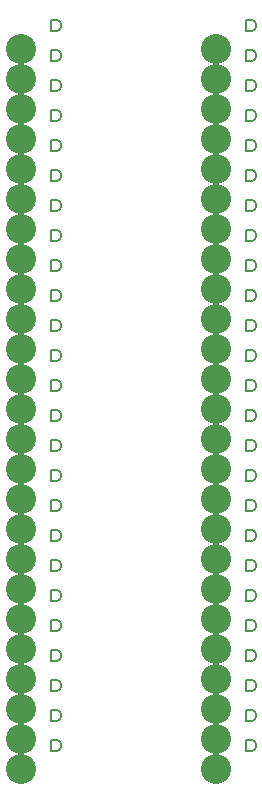
<source format=gbr>
G04 DesignSpark PCB Gerber Version 10.0 Build 5299*
%FSLAX35Y35*%
%MOIN*%
%ADD14C,0.00500*%
%ADD13C,0.10000*%
X0Y0D02*
D02*
D13*
X10250Y10250D03*
Y20250D03*
Y30250D03*
Y40250D03*
Y50250D03*
Y60250D03*
Y70250D03*
Y80250D03*
Y90250D03*
Y100250D03*
Y110250D03*
Y120250D03*
Y130250D03*
Y140250D03*
Y150250D03*
Y160250D03*
Y170250D03*
Y180250D03*
Y190250D03*
Y200250D03*
Y210250D03*
Y220250D03*
Y230250D03*
Y240250D03*
Y250250D03*
X75250Y10250D03*
Y20250D03*
Y30250D03*
Y40250D03*
Y50250D03*
Y60250D03*
Y70250D03*
Y80250D03*
Y90250D03*
Y100250D03*
Y110250D03*
Y120250D03*
Y130250D03*
Y140250D03*
Y150250D03*
Y160250D03*
Y170250D03*
Y180250D03*
Y190250D03*
Y200250D03*
Y210250D03*
Y220250D03*
Y230250D03*
Y240250D03*
Y250250D03*
D02*
D14*
X20250Y16187D02*
Y19937D01*
X22125D01*
X22750Y19625D01*
X23063Y19313D01*
X23375Y18687D01*
Y17437D01*
X23063Y16813D01*
X22750Y16500D01*
X22125Y16187D01*
X20250D01*
Y26187D02*
Y29937D01*
X22125D01*
X22750Y29625D01*
X23063Y29313D01*
X23375Y28687D01*
Y27437D01*
X23063Y26813D01*
X22750Y26500D01*
X22125Y26187D01*
X20250D01*
Y36187D02*
Y39937D01*
X22125D01*
X22750Y39625D01*
X23063Y39313D01*
X23375Y38687D01*
Y37437D01*
X23063Y36813D01*
X22750Y36500D01*
X22125Y36187D01*
X20250D01*
Y46187D02*
Y49937D01*
X22125D01*
X22750Y49625D01*
X23063Y49313D01*
X23375Y48687D01*
Y47437D01*
X23063Y46813D01*
X22750Y46500D01*
X22125Y46187D01*
X20250D01*
Y56187D02*
Y59937D01*
X22125D01*
X22750Y59625D01*
X23063Y59313D01*
X23375Y58687D01*
Y57437D01*
X23063Y56813D01*
X22750Y56500D01*
X22125Y56187D01*
X20250D01*
Y66187D02*
Y69937D01*
X22125D01*
X22750Y69625D01*
X23063Y69313D01*
X23375Y68687D01*
Y67437D01*
X23063Y66813D01*
X22750Y66500D01*
X22125Y66187D01*
X20250D01*
Y76187D02*
Y79937D01*
X22125D01*
X22750Y79625D01*
X23063Y79313D01*
X23375Y78687D01*
Y77437D01*
X23063Y76813D01*
X22750Y76500D01*
X22125Y76187D01*
X20250D01*
Y86187D02*
Y89937D01*
X22125D01*
X22750Y89625D01*
X23063Y89313D01*
X23375Y88687D01*
Y87437D01*
X23063Y86813D01*
X22750Y86500D01*
X22125Y86187D01*
X20250D01*
Y96187D02*
Y99937D01*
X22125D01*
X22750Y99625D01*
X23063Y99313D01*
X23375Y98687D01*
Y97437D01*
X23063Y96813D01*
X22750Y96500D01*
X22125Y96187D01*
X20250D01*
Y106187D02*
Y109937D01*
X22125D01*
X22750Y109625D01*
X23063Y109313D01*
X23375Y108687D01*
Y107437D01*
X23063Y106813D01*
X22750Y106500D01*
X22125Y106187D01*
X20250D01*
Y116187D02*
Y119937D01*
X22125D01*
X22750Y119625D01*
X23063Y119313D01*
X23375Y118687D01*
Y117437D01*
X23063Y116813D01*
X22750Y116500D01*
X22125Y116187D01*
X20250D01*
Y126187D02*
Y129937D01*
X22125D01*
X22750Y129625D01*
X23063Y129313D01*
X23375Y128687D01*
Y127437D01*
X23063Y126813D01*
X22750Y126500D01*
X22125Y126187D01*
X20250D01*
Y136187D02*
Y139937D01*
X22125D01*
X22750Y139625D01*
X23063Y139313D01*
X23375Y138687D01*
Y137437D01*
X23063Y136813D01*
X22750Y136500D01*
X22125Y136187D01*
X20250D01*
Y146187D02*
Y149937D01*
X22125D01*
X22750Y149625D01*
X23063Y149313D01*
X23375Y148687D01*
Y147437D01*
X23063Y146813D01*
X22750Y146500D01*
X22125Y146187D01*
X20250D01*
Y156187D02*
Y159937D01*
X22125D01*
X22750Y159625D01*
X23063Y159313D01*
X23375Y158687D01*
Y157437D01*
X23063Y156813D01*
X22750Y156500D01*
X22125Y156187D01*
X20250D01*
Y166187D02*
Y169937D01*
X22125D01*
X22750Y169625D01*
X23063Y169313D01*
X23375Y168687D01*
Y167437D01*
X23063Y166813D01*
X22750Y166500D01*
X22125Y166187D01*
X20250D01*
Y176187D02*
Y179937D01*
X22125D01*
X22750Y179625D01*
X23063Y179313D01*
X23375Y178687D01*
Y177437D01*
X23063Y176813D01*
X22750Y176500D01*
X22125Y176187D01*
X20250D01*
Y186187D02*
Y189937D01*
X22125D01*
X22750Y189625D01*
X23063Y189313D01*
X23375Y188687D01*
Y187437D01*
X23063Y186813D01*
X22750Y186500D01*
X22125Y186187D01*
X20250D01*
Y196187D02*
Y199937D01*
X22125D01*
X22750Y199625D01*
X23063Y199313D01*
X23375Y198687D01*
Y197437D01*
X23063Y196813D01*
X22750Y196500D01*
X22125Y196187D01*
X20250D01*
Y206187D02*
Y209937D01*
X22125D01*
X22750Y209625D01*
X23063Y209313D01*
X23375Y208687D01*
Y207437D01*
X23063Y206813D01*
X22750Y206500D01*
X22125Y206187D01*
X20250D01*
Y216187D02*
Y219937D01*
X22125D01*
X22750Y219625D01*
X23063Y219313D01*
X23375Y218687D01*
Y217437D01*
X23063Y216813D01*
X22750Y216500D01*
X22125Y216187D01*
X20250D01*
Y226187D02*
Y229937D01*
X22125D01*
X22750Y229625D01*
X23063Y229313D01*
X23375Y228687D01*
Y227437D01*
X23063Y226813D01*
X22750Y226500D01*
X22125Y226187D01*
X20250D01*
Y236187D02*
Y239937D01*
X22125D01*
X22750Y239625D01*
X23063Y239313D01*
X23375Y238687D01*
Y237437D01*
X23063Y236813D01*
X22750Y236500D01*
X22125Y236187D01*
X20250D01*
Y246187D02*
Y249937D01*
X22125D01*
X22750Y249625D01*
X23063Y249313D01*
X23375Y248687D01*
Y247437D01*
X23063Y246813D01*
X22750Y246500D01*
X22125Y246187D01*
X20250D01*
Y256187D02*
Y259937D01*
X22125D01*
X22750Y259625D01*
X23063Y259313D01*
X23375Y258687D01*
Y257437D01*
X23063Y256813D01*
X22750Y256500D01*
X22125Y256187D01*
X20250D01*
X85250Y16187D02*
Y19937D01*
X87125D01*
X87750Y19625D01*
X88063Y19313D01*
X88375Y18687D01*
Y17437D01*
X88063Y16813D01*
X87750Y16500D01*
X87125Y16187D01*
X85250D01*
Y26187D02*
Y29937D01*
X87125D01*
X87750Y29625D01*
X88063Y29313D01*
X88375Y28687D01*
Y27437D01*
X88063Y26813D01*
X87750Y26500D01*
X87125Y26187D01*
X85250D01*
Y36187D02*
Y39937D01*
X87125D01*
X87750Y39625D01*
X88063Y39313D01*
X88375Y38687D01*
Y37437D01*
X88063Y36813D01*
X87750Y36500D01*
X87125Y36187D01*
X85250D01*
Y46187D02*
Y49937D01*
X87125D01*
X87750Y49625D01*
X88063Y49313D01*
X88375Y48687D01*
Y47437D01*
X88063Y46813D01*
X87750Y46500D01*
X87125Y46187D01*
X85250D01*
Y56187D02*
Y59937D01*
X87125D01*
X87750Y59625D01*
X88063Y59313D01*
X88375Y58687D01*
Y57437D01*
X88063Y56813D01*
X87750Y56500D01*
X87125Y56187D01*
X85250D01*
Y66187D02*
Y69937D01*
X87125D01*
X87750Y69625D01*
X88063Y69313D01*
X88375Y68687D01*
Y67437D01*
X88063Y66813D01*
X87750Y66500D01*
X87125Y66187D01*
X85250D01*
Y76187D02*
Y79937D01*
X87125D01*
X87750Y79625D01*
X88063Y79313D01*
X88375Y78687D01*
Y77437D01*
X88063Y76813D01*
X87750Y76500D01*
X87125Y76187D01*
X85250D01*
Y86187D02*
Y89937D01*
X87125D01*
X87750Y89625D01*
X88063Y89313D01*
X88375Y88687D01*
Y87437D01*
X88063Y86813D01*
X87750Y86500D01*
X87125Y86187D01*
X85250D01*
Y96187D02*
Y99937D01*
X87125D01*
X87750Y99625D01*
X88063Y99313D01*
X88375Y98687D01*
Y97437D01*
X88063Y96813D01*
X87750Y96500D01*
X87125Y96187D01*
X85250D01*
Y106187D02*
Y109937D01*
X87125D01*
X87750Y109625D01*
X88063Y109313D01*
X88375Y108687D01*
Y107437D01*
X88063Y106813D01*
X87750Y106500D01*
X87125Y106187D01*
X85250D01*
Y116187D02*
Y119937D01*
X87125D01*
X87750Y119625D01*
X88063Y119313D01*
X88375Y118687D01*
Y117437D01*
X88063Y116813D01*
X87750Y116500D01*
X87125Y116187D01*
X85250D01*
Y126187D02*
Y129937D01*
X87125D01*
X87750Y129625D01*
X88063Y129313D01*
X88375Y128687D01*
Y127437D01*
X88063Y126813D01*
X87750Y126500D01*
X87125Y126187D01*
X85250D01*
Y136187D02*
Y139937D01*
X87125D01*
X87750Y139625D01*
X88063Y139313D01*
X88375Y138687D01*
Y137437D01*
X88063Y136813D01*
X87750Y136500D01*
X87125Y136187D01*
X85250D01*
Y146187D02*
Y149937D01*
X87125D01*
X87750Y149625D01*
X88063Y149313D01*
X88375Y148687D01*
Y147437D01*
X88063Y146813D01*
X87750Y146500D01*
X87125Y146187D01*
X85250D01*
Y156187D02*
Y159937D01*
X87125D01*
X87750Y159625D01*
X88063Y159313D01*
X88375Y158687D01*
Y157437D01*
X88063Y156813D01*
X87750Y156500D01*
X87125Y156187D01*
X85250D01*
Y166187D02*
Y169937D01*
X87125D01*
X87750Y169625D01*
X88063Y169313D01*
X88375Y168687D01*
Y167437D01*
X88063Y166813D01*
X87750Y166500D01*
X87125Y166187D01*
X85250D01*
Y176187D02*
Y179937D01*
X87125D01*
X87750Y179625D01*
X88063Y179313D01*
X88375Y178687D01*
Y177437D01*
X88063Y176813D01*
X87750Y176500D01*
X87125Y176187D01*
X85250D01*
Y186187D02*
Y189937D01*
X87125D01*
X87750Y189625D01*
X88063Y189313D01*
X88375Y188687D01*
Y187437D01*
X88063Y186813D01*
X87750Y186500D01*
X87125Y186187D01*
X85250D01*
Y196187D02*
Y199937D01*
X87125D01*
X87750Y199625D01*
X88063Y199313D01*
X88375Y198687D01*
Y197437D01*
X88063Y196813D01*
X87750Y196500D01*
X87125Y196187D01*
X85250D01*
Y206187D02*
Y209937D01*
X87125D01*
X87750Y209625D01*
X88063Y209313D01*
X88375Y208687D01*
Y207437D01*
X88063Y206813D01*
X87750Y206500D01*
X87125Y206187D01*
X85250D01*
Y216187D02*
Y219937D01*
X87125D01*
X87750Y219625D01*
X88063Y219313D01*
X88375Y218687D01*
Y217437D01*
X88063Y216813D01*
X87750Y216500D01*
X87125Y216187D01*
X85250D01*
Y226187D02*
Y229937D01*
X87125D01*
X87750Y229625D01*
X88063Y229313D01*
X88375Y228687D01*
Y227437D01*
X88063Y226813D01*
X87750Y226500D01*
X87125Y226187D01*
X85250D01*
Y236187D02*
Y239937D01*
X87125D01*
X87750Y239625D01*
X88063Y239313D01*
X88375Y238687D01*
Y237437D01*
X88063Y236813D01*
X87750Y236500D01*
X87125Y236187D01*
X85250D01*
Y246187D02*
Y249937D01*
X87125D01*
X87750Y249625D01*
X88063Y249313D01*
X88375Y248687D01*
Y247437D01*
X88063Y246813D01*
X87750Y246500D01*
X87125Y246187D01*
X85250D01*
Y256187D02*
Y259937D01*
X87125D01*
X87750Y259625D01*
X88063Y259313D01*
X88375Y258687D01*
Y257437D01*
X88063Y256813D01*
X87750Y256500D01*
X87125Y256187D01*
X85250D01*
X0Y0D02*
M02*

</source>
